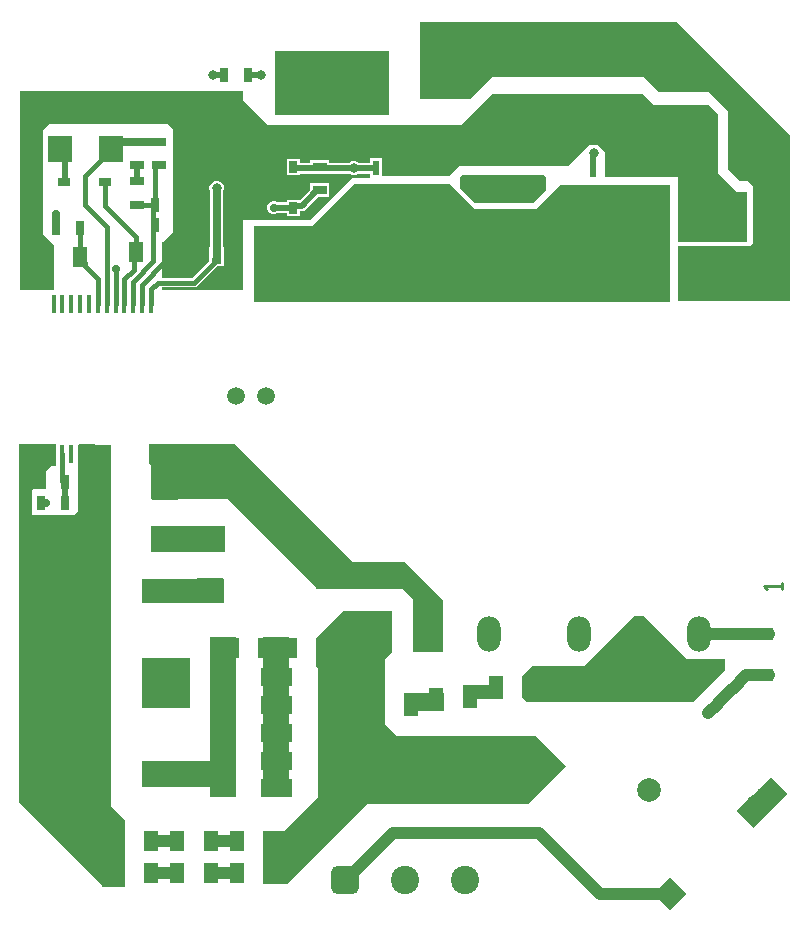
<source format=gtl>
G04*
G04 #@! TF.GenerationSoftware,Altium Limited,Altium Designer,24.3.1 (35)*
G04*
G04 Layer_Physical_Order=1*
G04 Layer_Color=255*
%FSLAX44Y44*%
%MOMM*%
G71*
G04*
G04 #@! TF.SameCoordinates,EE9A5EF0-155C-4C8F-B462-BE7DD29FB847*
G04*
G04*
G04 #@! TF.FilePolarity,Positive*
G04*
G01*
G75*
%ADD11C,0.2540*%
%ADD12C,1.0000*%
%ADD15R,1.4500X1.8000*%
%ADD16R,5.6100X0.6000*%
%ADD17R,0.6100X1.0200*%
%ADD18R,4.1000X3.8100*%
%ADD19R,0.6100X1.2700*%
%ADD20R,1.2500X0.8000*%
%ADD21R,1.6000X1.0000*%
%ADD22R,1.6000X4.0000*%
G04:AMPARAMS|DCode=23|XSize=0.8mm|YSize=1.25mm|CornerRadius=0mm|HoleSize=0mm|Usage=FLASHONLY|Rotation=315.000|XOffset=0mm|YOffset=0mm|HoleType=Round|Shape=Rectangle|*
%AMROTATEDRECTD23*
4,1,4,-0.7248,-0.1591,0.1591,0.7248,0.7248,0.1591,-0.1591,-0.7248,-0.7248,-0.1591,0.0*
%
%ADD23ROTATEDRECTD23*%

%ADD24R,0.8000X1.2500*%
%ADD25R,0.7000X1.0000*%
%ADD26R,1.8000X1.3000*%
%ADD27R,1.3000X1.8000*%
%ADD28R,2.0000X2.3000*%
%ADD29R,1.0000X0.7000*%
%ADD30P,2.8284X4X270.0*%
%ADD31R,0.4100X1.6000*%
%ADD32R,2.8100X1.6000*%
%ADD33R,1.0000X1.6000*%
%ADD34R,2.3000X2.0000*%
%ADD60C,0.5000*%
%ADD61C,0.7000*%
%ADD62C,0.4000*%
%ADD63C,0.3000*%
%ADD64R,25.2188X3.5099*%
%ADD65R,3.4753X1.2263*%
%ADD66R,3.4497X1.5500*%
%ADD67R,6.6976X2.1838*%
%ADD68R,4.1500X4.2500*%
%ADD69R,6.2250X2.1838*%
%ADD70R,6.9750X2.0250*%
%ADD71R,2.1750X13.5750*%
%ADD72R,2.2936X13.5750*%
G04:AMPARAMS|DCode=73|XSize=2.4mm|YSize=2.4mm|CornerRadius=0.6mm|HoleSize=0mm|Usage=FLASHONLY|Rotation=0.000|XOffset=0mm|YOffset=0mm|HoleType=Round|Shape=RoundedRectangle|*
%AMROUNDEDRECTD73*
21,1,2.4000,1.2000,0,0,0.0*
21,1,1.2000,2.4000,0,0,0.0*
1,1,1.2000,0.6000,-0.6000*
1,1,1.2000,-0.6000,-0.6000*
1,1,1.2000,-0.6000,0.6000*
1,1,1.2000,0.6000,0.6000*
%
%ADD73ROUNDEDRECTD73*%
%ADD74C,2.4000*%
%ADD75C,1.5000*%
%ADD76O,2.0000X3.0000*%
%ADD77C,2.0000*%
%ADD78C,0.7000*%
%ADD79C,0.8000*%
%ADD80C,1.0000*%
G36*
X316600Y742500D02*
Y688015D01*
X220291D01*
X220291Y742500D01*
X316600Y742500D01*
D02*
G37*
G36*
X447500Y637500D02*
X450000Y635000D01*
Y624099D01*
X439651Y613750D01*
X389500Y613750D01*
X376750Y626500D01*
Y635250D01*
X379000Y637500D01*
X447500Y637500D01*
D02*
G37*
G36*
X389250Y608037D02*
X441250D01*
X461707Y628494D01*
X554750D01*
Y529287D01*
X202250D01*
Y594037D01*
X251750Y594037D01*
X286961Y629247D01*
X368039D01*
X389250Y608037D01*
D02*
G37*
G36*
X193250Y701000D02*
X193500D01*
X214750Y679750D01*
X302930D01*
Y679750D01*
X378250D01*
X404068Y705568D01*
X531432D01*
X540250Y696750D01*
X587500Y696750D01*
X595750Y688500D01*
Y638250D01*
X611543Y622457D01*
X619750D01*
X619750Y580500D01*
X561250D01*
Y635150D01*
X499550D01*
X499550Y656450D01*
X493412Y662588D01*
X486338Y662588D01*
X468207Y644457D01*
X375957D01*
X368138Y636638D01*
X311000D01*
Y651338D01*
X300900D01*
Y647576D01*
X290945D01*
X290447Y648074D01*
X288242Y648988D01*
X285855D01*
X283650Y648074D01*
X283151Y647576D01*
X266317D01*
Y650149D01*
X249817D01*
Y647576D01*
X241319D01*
Y651149D01*
X230319D01*
Y637149D01*
X241319D01*
Y638400D01*
X249817D01*
Y638149D01*
X266317D01*
Y638400D01*
X283151D01*
X283650Y637901D01*
X285855Y636988D01*
X288242D01*
X290447Y637901D01*
X290945Y638400D01*
X300900D01*
Y634638D01*
X299649Y634592D01*
X285092D01*
X250000Y599500D01*
X193250D01*
Y540100D01*
X124651D01*
Y541982D01*
X151860D01*
X151860Y541982D01*
X153162Y542241D01*
X153421Y542292D01*
X154744Y543176D01*
X171316Y559748D01*
X176750D01*
Y576248D01*
X176358D01*
Y599500D01*
Y624299D01*
D01*
X176750Y625246D01*
Y627633D01*
X175837Y629838D01*
X174149Y631526D01*
X171943Y632439D01*
X169557D01*
X167351Y631526D01*
X165663Y629838D01*
X164750Y627633D01*
Y625246D01*
X165142Y624299D01*
D01*
Y576248D01*
X164750D01*
Y566393D01*
X164672Y565998D01*
X164672Y565998D01*
Y564639D01*
X150171Y550138D01*
X124651D01*
Y580750D01*
X126459D01*
X134250Y588541D01*
Y675500D01*
X129750Y680000D01*
X29250D01*
X23600Y674350D01*
Y587150D01*
X32755Y577995D01*
Y540100D01*
X4250D01*
Y708088D01*
X193250D01*
Y701000D01*
D02*
G37*
G36*
X656250Y670753D02*
X656250Y530503D01*
X561250Y530503D01*
Y576926D01*
X622673D01*
X624750Y579003D01*
Y627703D01*
X620200Y632253D01*
X613250Y632253D01*
X603500Y642003D01*
Y691253D01*
X587500Y707253D01*
X545200D01*
X532450Y720003D01*
X404000D01*
X385550Y701553D01*
X343150D01*
Y766503D01*
X516199Y766503D01*
X560500D01*
X656250Y670753D01*
D02*
G37*
G36*
X286185Y309750D02*
X330000D01*
X362250Y277500D01*
X362250Y233685D01*
X338273Y233664D01*
X337375Y234561D01*
Y277400D01*
X337375Y277400D01*
X337350Y277460D01*
Y278150D01*
X328500Y287000D01*
X255840D01*
X180090Y362750D01*
X115500D01*
Y390849D01*
X113200Y393148D01*
Y409148D01*
X186786D01*
X286185Y309750D01*
D02*
G37*
G36*
X568600Y227500D02*
X601250D01*
Y218132D01*
X574115Y190996D01*
X433504D01*
X429250Y195250D01*
Y213250D01*
X437500Y221500D01*
X481750Y221500D01*
X523921Y263671D01*
X532429D01*
X568600Y227500D01*
D02*
G37*
G36*
X654142Y113327D02*
X625495Y84680D01*
X611353Y98822D01*
X640000Y127470D01*
X654142Y113327D01*
D02*
G37*
G36*
X319625Y248877D02*
X319522Y233000D01*
X313500Y226978D01*
Y172000D01*
X323680Y161820D01*
X441612D01*
X466591Y136841D01*
X434750Y105000D01*
X298250Y105000D01*
X230250Y37000D01*
X209765D01*
Y81735D01*
X209876Y82000D01*
X228500D01*
X256750Y110250D01*
Y219427D01*
X255250Y220927D01*
Y245499D01*
X277751Y268000D01*
X319625D01*
Y248877D01*
D02*
G37*
G36*
X34800Y391000D02*
X30500D01*
X26156Y386656D01*
Y371000D01*
X15250D01*
X14250Y370000D01*
Y349250D01*
X49750D01*
X53200Y352700D01*
Y408244D01*
X54105Y409135D01*
X81300Y408730D01*
X81300Y103200D01*
X93516Y90984D01*
X93516Y34750D01*
X75000Y34750D01*
X3750Y106000D01*
Y409148D01*
X34800D01*
Y391000D01*
D02*
G37*
%LPC*%
G36*
X528250Y568086D02*
X525639Y567743D01*
X523207Y566735D01*
X521118Y565132D01*
X519515Y563043D01*
X518507Y560611D01*
X518164Y558000D01*
Y548000D01*
X518507Y545390D01*
X519515Y542957D01*
X521118Y540868D01*
X523207Y539265D01*
X525639Y538257D01*
X528250Y537914D01*
X530861Y538257D01*
X533293Y539265D01*
X535382Y540868D01*
X536985Y542957D01*
X537993Y545390D01*
X538336Y548000D01*
Y558000D01*
X537993Y560611D01*
X536985Y563043D01*
X535382Y565132D01*
X533293Y566735D01*
X530861Y567743D01*
X528250Y568086D01*
D02*
G37*
G36*
X477450D02*
X474840Y567743D01*
X472407Y566735D01*
X470318Y565132D01*
X468715Y563043D01*
X467707Y560611D01*
X467364Y558000D01*
Y548000D01*
X467707Y545390D01*
X468715Y542957D01*
X470318Y540868D01*
X472407Y539265D01*
X474840Y538257D01*
X477450Y537914D01*
X480061Y538257D01*
X482493Y539265D01*
X484582Y540868D01*
X486185Y542957D01*
X487193Y545390D01*
X487536Y548000D01*
Y558000D01*
X487193Y560611D01*
X486185Y563043D01*
X484582Y565132D01*
X482493Y566735D01*
X480061Y567743D01*
X477450Y568086D01*
D02*
G37*
G36*
X401250D02*
X398639Y567743D01*
X396207Y566735D01*
X394118Y565132D01*
X392515Y563043D01*
X391507Y560611D01*
X391164Y558000D01*
Y548000D01*
X391507Y545390D01*
X392515Y542957D01*
X394118Y540868D01*
X396207Y539265D01*
X398639Y538257D01*
X401250Y537914D01*
X403861Y538257D01*
X406293Y539265D01*
X408382Y540868D01*
X409985Y542957D01*
X410993Y545390D01*
X411336Y548000D01*
Y558000D01*
X410993Y560611D01*
X409985Y563043D01*
X408382Y565132D01*
X406293Y566735D01*
X403861Y567743D01*
X401250Y568086D01*
D02*
G37*
G36*
X299650D02*
X297040Y567743D01*
X294607Y566735D01*
X292518Y565132D01*
X290915Y563043D01*
X289907Y560611D01*
X289564Y558000D01*
Y548000D01*
X289907Y545390D01*
X290915Y542957D01*
X292518Y540868D01*
X294607Y539265D01*
X297040Y538257D01*
X299650Y537914D01*
X302261Y538257D01*
X304693Y539265D01*
X306782Y540868D01*
X308385Y542957D01*
X309393Y545390D01*
X309736Y548000D01*
Y558000D01*
X309393Y560611D01*
X308385Y563043D01*
X306782Y565132D01*
X304693Y566735D01*
X302261Y567743D01*
X299650Y568086D01*
D02*
G37*
G36*
X266317Y630149D02*
X249817D01*
Y624594D01*
X242185Y616962D01*
X241319Y616149D01*
Y616149D01*
X241319Y616149D01*
X230319D01*
Y614088D01*
X222440D01*
X222365Y614163D01*
X220344Y615000D01*
X218156D01*
X216134Y614163D01*
X214587Y612616D01*
X213750Y610594D01*
Y608406D01*
X214587Y606385D01*
X216134Y604837D01*
X218156Y604000D01*
X220344D01*
X222365Y604837D01*
X222440Y604912D01*
X230319D01*
Y602150D01*
X241319D01*
Y606593D01*
X242893D01*
X244649Y606943D01*
X246138Y607937D01*
X256350Y618149D01*
X266317D01*
Y630149D01*
D02*
G37*
%LPD*%
D11*
X649460Y286290D02*
Y291368D01*
Y288829D01*
X634225D01*
X636764Y286290D01*
D12*
X287000Y47000D02*
X320250Y80250D01*
X443500D02*
X495388Y28362D01*
X320250Y80250D02*
X443500D01*
X286741Y47000D02*
X287000D01*
X280000Y40000D02*
Y40259D01*
X286741Y47000D01*
X586750Y181250D02*
X595176Y189676D01*
Y189930D01*
X607676Y201930D02*
X619246Y213500D01*
X638334D01*
X579260Y248500D02*
X638334D01*
X595426Y189930D02*
X607426Y201930D01*
X495388Y28362D02*
X553727D01*
X607426Y201930D02*
X607676D01*
X595176Y189930D02*
X595426D01*
X625000Y105755D02*
X625388Y106143D01*
X625000Y103500D02*
Y105755D01*
X166015Y73000D02*
X187766D01*
X166015Y46000D02*
X187766D01*
X115515D02*
X137515D01*
X115515Y73000D02*
X137515D01*
D15*
X139500Y218750D02*
D03*
Y284250D02*
D03*
X115000Y218750D02*
D03*
Y284250D02*
D03*
X139250Y129070D02*
D03*
Y194570D02*
D03*
X114750Y129070D02*
D03*
Y194570D02*
D03*
D16*
X325000Y623488D02*
D03*
X508950Y622000D02*
D03*
D17*
X344080Y587988D02*
D03*
X331380D02*
D03*
X318680D02*
D03*
X305980D02*
D03*
X528030Y586500D02*
D03*
X515330D02*
D03*
X502630D02*
D03*
X489930D02*
D03*
D18*
X325000Y609988D02*
D03*
X508950Y608500D02*
D03*
D19*
X305950Y642988D02*
D03*
X344050D02*
D03*
X318650D02*
D03*
X331350D02*
D03*
X489900Y641500D02*
D03*
X528000D02*
D03*
X502600D02*
D03*
X515300D02*
D03*
D20*
X580998Y692750D02*
D03*
Y712750D02*
D03*
X434752Y628899D02*
D03*
Y648899D02*
D03*
X390252Y628457D02*
D03*
Y648457D02*
D03*
X258067Y644149D02*
D03*
Y624149D02*
D03*
X121749Y645501D02*
D03*
Y665501D02*
D03*
X103492Y645501D02*
D03*
Y665501D02*
D03*
X103494Y612000D02*
D03*
Y632000D02*
D03*
D21*
X253229Y699251D02*
D03*
Y667251D02*
D03*
X230451Y699251D02*
D03*
Y667251D02*
D03*
D22*
X523950Y683750D02*
D03*
Y745750D02*
D03*
X435500Y683500D02*
D03*
Y745500D02*
D03*
X611750Y662500D02*
D03*
Y600500D02*
D03*
D23*
X607676Y201930D02*
D03*
X593534Y216072D02*
D03*
X581034Y204072D02*
D03*
X595176Y189930D02*
D03*
D24*
X177500Y721502D02*
D03*
X197500D02*
D03*
X170750Y567998D02*
D03*
X150750D02*
D03*
X118250Y612002D02*
D03*
X138250D02*
D03*
X118250Y594502D02*
D03*
X138250D02*
D03*
X55240Y591998D02*
D03*
X35240D02*
D03*
X42156Y359748D02*
D03*
X22156D02*
D03*
Y377502D02*
D03*
X42156D02*
D03*
D25*
X638334Y213500D02*
D03*
Y248500D02*
D03*
X235819Y644149D02*
D03*
Y609150D02*
D03*
D26*
X412511Y628957D02*
D03*
Y600457D02*
D03*
D27*
X131151Y571750D02*
D03*
X102651D02*
D03*
X26500Y567500D02*
D03*
X55000D02*
D03*
X87015Y46000D02*
D03*
X115515D02*
D03*
X137515Y73000D02*
D03*
X166015D02*
D03*
X87015D02*
D03*
X115515D02*
D03*
X137515Y46000D02*
D03*
X166015D02*
D03*
X187766Y73000D02*
D03*
X216266D02*
D03*
X187766Y46000D02*
D03*
X216266D02*
D03*
X183500Y236750D02*
D03*
X212000D02*
D03*
X233250D02*
D03*
X261750D02*
D03*
X435750Y204250D02*
D03*
X407250D02*
D03*
X385497Y194250D02*
D03*
X356997D02*
D03*
X335500Y187500D02*
D03*
X307000D02*
D03*
D28*
X38000Y659500D02*
D03*
X81000D02*
D03*
D29*
X76500Y631000D02*
D03*
X41500D02*
D03*
D30*
X625388Y99072D02*
D03*
X519322Y205138D02*
D03*
X554678Y28362D02*
D03*
X448612Y134428D02*
D03*
D31*
X47750Y401148D02*
D03*
X40250D02*
D03*
X32750D02*
D03*
X115250D02*
D03*
X70250Y528349D02*
D03*
X62750D02*
D03*
X55250D02*
D03*
X47750D02*
D03*
X40250D02*
D03*
X32750D02*
D03*
X77750D02*
D03*
X85250D02*
D03*
X92750D02*
D03*
X100250D02*
D03*
X107750D02*
D03*
X115250D02*
D03*
D32*
X67250Y401148D02*
D03*
D33*
X213750Y211750D02*
D03*
X181750D02*
D03*
X213750Y188250D02*
D03*
X181750D02*
D03*
X213750Y164748D02*
D03*
X181750D02*
D03*
X213750Y141250D02*
D03*
X181750D02*
D03*
X213750Y118250D02*
D03*
X181750D02*
D03*
X261750D02*
D03*
X229750D02*
D03*
X261750Y141250D02*
D03*
X229750D02*
D03*
X261750Y211750D02*
D03*
X229750D02*
D03*
X261750Y188500D02*
D03*
X229750D02*
D03*
X261750Y164750D02*
D03*
X229750D02*
D03*
D34*
X127000Y329475D02*
D03*
Y372475D02*
D03*
X165500Y285500D02*
D03*
Y328500D02*
D03*
D60*
X246820Y700000D02*
X304600D01*
X167751Y721501D02*
X177499D01*
X177500Y721502D01*
X167750Y721500D02*
X167751Y721501D01*
X22157Y359749D02*
X26499D01*
X22156Y359748D02*
X22157Y359749D01*
X26499D02*
X26500Y359750D01*
X42156Y359748D02*
Y377502D01*
X197502Y721500D02*
X208250D01*
X287048Y642988D02*
X305950D01*
X235250D02*
X287048D01*
X235819Y609500D02*
Y610182D01*
X236819Y611181D02*
X242893D01*
X235819Y610182D02*
X236819Y611181D01*
X254317Y622649D02*
X256523Y624855D01*
X254317Y622605D02*
Y622649D01*
X219250Y609500D02*
X235819D01*
X242893Y611181D02*
X254317Y622605D01*
X197500Y721502D02*
X197502Y721500D01*
X489900Y641500D02*
Y655640D01*
X490250Y655990D01*
X134902Y567998D02*
X150750D01*
X131151Y571750D02*
X134902Y567998D01*
X139250Y571750D02*
X146998D01*
X138250Y572750D02*
X139250Y571750D01*
X138250Y572750D02*
Y594502D01*
X149250Y571748D02*
X150750Y570248D01*
X146998Y571750D02*
X147000Y571748D01*
X150750Y567998D02*
Y570248D01*
X147000Y571748D02*
X149250D01*
X228750Y236750D02*
X233250D01*
X212000D02*
X228750D01*
Y119250D02*
Y236750D01*
Y119250D02*
X229750Y118250D01*
X213750Y211750D02*
Y235000D01*
Y188250D02*
Y211750D01*
Y164748D02*
Y188250D01*
Y141250D02*
Y164748D01*
Y118250D02*
Y141250D01*
X212000Y236750D02*
X213750Y235000D01*
X103494Y632000D02*
Y645500D01*
X42750Y659500D02*
X43000Y659750D01*
X42750Y630250D02*
Y659500D01*
D61*
X231951Y697751D02*
X240728D01*
X241229Y697250D02*
X241500D01*
X230451Y699251D02*
X231951Y697751D01*
X240728D02*
X241229Y697250D01*
X170750Y567998D02*
Y626440D01*
X81000Y659500D02*
X87003Y665503D01*
X93750Y665501D02*
X103492D01*
X87003Y665503D02*
X93750D01*
X35245Y592003D02*
Y604375D01*
X103492Y665501D02*
X121749D01*
D62*
X168750Y562950D02*
Y565998D01*
X151860Y546060D02*
X168750Y562950D01*
Y565998D02*
X170750Y567998D01*
X121060Y546060D02*
X151860D01*
X115300Y528399D02*
Y540300D01*
X121060Y546060D01*
X107750Y528349D02*
Y544321D01*
X126651Y563222D02*
Y567250D01*
X107750Y544321D02*
X126651Y563222D01*
X100250Y528349D02*
Y546950D01*
X117300Y564000D02*
Y594502D01*
X100250Y546950D02*
X117300Y564000D01*
X126651Y567250D02*
X131151Y571750D01*
X115250Y528349D02*
X115300Y528399D01*
X117300Y594502D02*
Y611052D01*
X35245Y604375D02*
X35250Y604380D01*
X35240Y591998D02*
X35245Y592003D01*
X85250Y528349D02*
Y557503D01*
X59500Y611750D02*
X77750Y593500D01*
X59500Y636750D02*
X72750Y650000D01*
X59500Y611750D02*
Y636750D01*
X77750Y528349D02*
Y593500D01*
X103494Y612000D02*
X116352D01*
X102248D02*
X103494D01*
X118250Y643501D02*
X120250Y645501D01*
X118250Y612002D02*
Y643501D01*
X120250Y645501D02*
X121749D01*
X103492D02*
X103494Y645500D01*
X72750Y650000D02*
X73000D01*
X81000Y658000D02*
Y659500D01*
X73000Y650000D02*
X81000Y658000D01*
X102651Y571750D02*
Y584849D01*
X76500Y611000D02*
Y630468D01*
Y611000D02*
X102651Y584849D01*
X55000Y591758D02*
X55240Y591998D01*
X55000Y567500D02*
Y591758D01*
X59500Y560050D02*
Y563000D01*
X55000Y567500D02*
X59500Y563000D01*
Y560050D02*
X70250Y549300D01*
Y528349D02*
Y549300D01*
X100750Y556750D02*
Y569849D01*
X102651Y571750D01*
X92750Y548750D02*
X100750Y556750D01*
X92750Y528349D02*
Y548750D01*
X40250Y377752D02*
Y401148D01*
X166015Y73000D02*
X166015Y73000D01*
D63*
X85250Y557503D02*
X85250Y557503D01*
D64*
X415406Y552299D02*
D03*
D65*
X396374Y199254D02*
D03*
D66*
X346249Y190750D02*
D03*
D67*
X140988Y129906D02*
D03*
D68*
X128250Y206750D02*
D03*
D69*
X146625Y328831D02*
D03*
D70*
X142625Y285125D02*
D03*
D71*
X175875Y177875D02*
D03*
D72*
X221234D02*
D03*
D73*
X279200Y40000D02*
D03*
X355400Y730000D02*
D03*
D74*
X330000Y40000D02*
D03*
X380800D02*
D03*
X304600Y730000D02*
D03*
D75*
X212700Y450000D02*
D03*
X187300D02*
D03*
D76*
X528289Y248671D02*
D03*
X477489D02*
D03*
X579089D02*
D03*
X299689D02*
D03*
X350489D02*
D03*
X401289D02*
D03*
X528250Y553000D02*
D03*
X477450D02*
D03*
X579050D02*
D03*
X299650D02*
D03*
X350450D02*
D03*
X401250D02*
D03*
D77*
X537000Y116750D02*
D03*
D78*
X166000Y690514D02*
D03*
X132651Y690590D02*
D03*
X153330D02*
D03*
X160080Y690514D02*
D03*
X125640Y690590D02*
D03*
X118640D02*
D03*
X111580D02*
D03*
X104580D02*
D03*
X97580D02*
D03*
X90580D02*
D03*
X388700Y597479D02*
D03*
X388850Y590148D02*
D03*
Y583423D02*
D03*
X395750Y590273D02*
D03*
X395658Y583163D02*
D03*
Y597479D02*
D03*
X395750Y604380D02*
D03*
X453590Y604283D02*
D03*
X450580Y211564D02*
D03*
Y197364D02*
D03*
Y204364D02*
D03*
X465080Y211564D02*
D03*
Y197364D02*
D03*
Y204364D02*
D03*
X457830D02*
D03*
Y197364D02*
D03*
Y211564D02*
D03*
X424963Y548110D02*
D03*
X432213D02*
D03*
Y555109D02*
D03*
X424963D02*
D03*
Y562119D02*
D03*
X432213D02*
D03*
X431975Y576188D02*
D03*
X432067Y569188D02*
D03*
X431975Y583198D02*
D03*
Y590273D02*
D03*
X380184Y633748D02*
D03*
X380184Y627951D02*
D03*
X399434Y633977D02*
D03*
X399434Y628180D02*
D03*
X425438Y633754D02*
D03*
X425437Y627957D02*
D03*
X425861Y619179D02*
D03*
X432883Y619198D02*
D03*
X440012D02*
D03*
X404639Y619179D02*
D03*
X419139D02*
D03*
X411889D02*
D03*
X397616Y619121D02*
D03*
X390802Y619045D02*
D03*
X446451Y627660D02*
D03*
X446451Y633457D02*
D03*
X14221Y342608D02*
D03*
X21636Y252065D02*
D03*
X14636D02*
D03*
X21636Y259065D02*
D03*
X14636D02*
D03*
X15166Y188806D02*
D03*
X22166D02*
D03*
X15166Y181735D02*
D03*
X22166D02*
D03*
X15166Y174725D02*
D03*
X22166D02*
D03*
X15166Y167725D02*
D03*
X22166D02*
D03*
X14916Y216806D02*
D03*
X21916D02*
D03*
X14916Y209735D02*
D03*
X21916D02*
D03*
X14916Y202725D02*
D03*
X21916D02*
D03*
X14916Y195725D02*
D03*
X21916D02*
D03*
X14666Y245056D02*
D03*
X21666D02*
D03*
X14666Y237985D02*
D03*
X21666D02*
D03*
X14666Y230975D02*
D03*
X21666D02*
D03*
X14666Y223975D02*
D03*
X21666D02*
D03*
X21886Y146565D02*
D03*
X14886D02*
D03*
X21886Y153565D02*
D03*
X14886D02*
D03*
X21886Y160575D02*
D03*
X14886D02*
D03*
X21886Y125565D02*
D03*
X14886D02*
D03*
X21886Y132565D02*
D03*
X14886D02*
D03*
X21886Y139575D02*
D03*
X14886D02*
D03*
X21890Y104565D02*
D03*
X14827D02*
D03*
X21886Y111565D02*
D03*
X14827D02*
D03*
X21886Y118575D02*
D03*
X14827Y118575D02*
D03*
X21890Y97555D02*
D03*
X21018Y343473D02*
D03*
Y336473D02*
D03*
X14077D02*
D03*
X21518Y273054D02*
D03*
X14577D02*
D03*
X21518Y265983D02*
D03*
X14577D02*
D03*
X21268Y301054D02*
D03*
X14327D02*
D03*
X21268Y293983D02*
D03*
X14327D02*
D03*
X21268Y286973D02*
D03*
X14327D02*
D03*
X21268Y279973D02*
D03*
X14327D02*
D03*
X21018Y329304D02*
D03*
X14077D02*
D03*
X21018Y322233D02*
D03*
X14077D02*
D03*
X21018Y315223D02*
D03*
X14077D02*
D03*
X21018Y308223D02*
D03*
X14077D02*
D03*
X257158Y311056D02*
D03*
X250029D02*
D03*
X257195Y304056D02*
D03*
X250095D02*
D03*
X250029Y318085D02*
D03*
X257158D02*
D03*
X135408Y397306D02*
D03*
X128279D02*
D03*
X135445Y390306D02*
D03*
X128345D02*
D03*
X128279Y404334D02*
D03*
X135408D02*
D03*
X185914Y683572D02*
D03*
Y676444D02*
D03*
X192914Y683609D02*
D03*
Y676509D02*
D03*
X542668Y690574D02*
D03*
X535540D02*
D03*
X535605Y676546D02*
D03*
X542705D02*
D03*
X535540Y683546D02*
D03*
X542668D02*
D03*
X423526Y690051D02*
D03*
X416397D02*
D03*
X416463Y676023D02*
D03*
X423563D02*
D03*
X416397Y683023D02*
D03*
X423526D02*
D03*
X512327Y691051D02*
D03*
X505199D02*
D03*
X505264Y677023D02*
D03*
X512364D02*
D03*
X505199Y684023D02*
D03*
X512327D02*
D03*
X454077Y742900D02*
D03*
X446949D02*
D03*
X447014Y728872D02*
D03*
X454114D02*
D03*
X446949Y735872D02*
D03*
X454077D02*
D03*
X423827Y742801D02*
D03*
X416699D02*
D03*
X416764Y728773D02*
D03*
X423864D02*
D03*
X416699Y735773D02*
D03*
X423827D02*
D03*
X542668Y753074D02*
D03*
X535540D02*
D03*
X535605Y739045D02*
D03*
X542705D02*
D03*
X535540Y746045D02*
D03*
X542668D02*
D03*
X630327Y661801D02*
D03*
X623199D02*
D03*
X623264Y647773D02*
D03*
X630364D02*
D03*
X623199Y654773D02*
D03*
X630327D02*
D03*
X600077Y607639D02*
D03*
X592948D02*
D03*
X593014Y593610D02*
D03*
X600114D02*
D03*
X592948Y600611D02*
D03*
X600077D02*
D03*
X599827Y560051D02*
D03*
X592699D02*
D03*
X592764Y546023D02*
D03*
X599864D02*
D03*
X592699Y553023D02*
D03*
X599827D02*
D03*
X293390Y616202D02*
D03*
X285963D02*
D03*
Y623201D02*
D03*
X293390D02*
D03*
X278862Y616202D02*
D03*
X272077Y595195D02*
D03*
X265090D02*
D03*
X271758Y609223D02*
D03*
Y602195D02*
D03*
X279007Y595195D02*
D03*
Y602195D02*
D03*
Y609195D02*
D03*
X425253Y575998D02*
D03*
Y568998D02*
D03*
Y583008D02*
D03*
Y604148D02*
D03*
Y597148D02*
D03*
Y590148D02*
D03*
X432067Y604225D02*
D03*
X431975Y597324D02*
D03*
X293284Y588007D02*
D03*
Y580947D02*
D03*
Y573947D02*
D03*
X293390Y609223D02*
D03*
Y602223D02*
D03*
Y595223D02*
D03*
X286140D02*
D03*
Y602223D02*
D03*
Y609223D02*
D03*
X374090Y618834D02*
D03*
X381090Y611734D02*
D03*
X374090Y611834D02*
D03*
X381500Y604806D02*
D03*
Y597806D02*
D03*
Y590806D02*
D03*
X388850Y604614D02*
D03*
X374250Y590806D02*
D03*
Y597806D02*
D03*
Y604806D02*
D03*
X381500Y583666D02*
D03*
X374250D02*
D03*
Y576656D02*
D03*
X381500D02*
D03*
Y569656D02*
D03*
X374250D02*
D03*
X314590Y541523D02*
D03*
X321840D02*
D03*
Y548523D02*
D03*
X314590D02*
D03*
X335812D02*
D03*
X329090D02*
D03*
Y541523D02*
D03*
X335904D02*
D03*
X335812Y555533D02*
D03*
Y562607D02*
D03*
Y569849D02*
D03*
X335904Y576750D02*
D03*
X314590Y576673D02*
D03*
Y569673D02*
D03*
Y562673D02*
D03*
Y555533D02*
D03*
X329090Y576673D02*
D03*
Y569673D02*
D03*
Y562673D02*
D03*
Y555533D02*
D03*
X321840D02*
D03*
Y562673D02*
D03*
Y569673D02*
D03*
Y576673D02*
D03*
X208126Y559884D02*
D03*
Y566884D02*
D03*
Y573884D02*
D03*
Y580884D02*
D03*
Y553194D02*
D03*
X215126Y559884D02*
D03*
Y566884D02*
D03*
Y573884D02*
D03*
Y580884D02*
D03*
Y553194D02*
D03*
X257840Y588173D02*
D03*
Y553423D02*
D03*
Y581113D02*
D03*
Y574113D02*
D03*
Y567113D02*
D03*
Y560113D02*
D03*
X265090D02*
D03*
Y567113D02*
D03*
Y574113D02*
D03*
Y581113D02*
D03*
Y553423D02*
D03*
Y588173D02*
D03*
X250590Y560113D02*
D03*
Y567113D02*
D03*
Y574113D02*
D03*
Y581113D02*
D03*
Y553423D02*
D03*
Y588173D02*
D03*
X243421D02*
D03*
Y553423D02*
D03*
Y581113D02*
D03*
Y574113D02*
D03*
Y567113D02*
D03*
Y560113D02*
D03*
X236350Y588173D02*
D03*
Y553423D02*
D03*
Y581113D02*
D03*
Y574113D02*
D03*
Y567113D02*
D03*
Y560113D02*
D03*
X229340Y553423D02*
D03*
Y581113D02*
D03*
Y574113D02*
D03*
Y567113D02*
D03*
Y560113D02*
D03*
X222340Y553423D02*
D03*
Y581113D02*
D03*
Y574113D02*
D03*
Y567113D02*
D03*
Y560113D02*
D03*
X286136Y567113D02*
D03*
X279136D02*
D03*
X272077D02*
D03*
X286136Y574113D02*
D03*
X279136D02*
D03*
X272077D02*
D03*
X286136Y581113D02*
D03*
X279136D02*
D03*
X272077D02*
D03*
X286136Y588173D02*
D03*
X279136D02*
D03*
X272077D02*
D03*
X271904Y560113D02*
D03*
X278963D02*
D03*
X285963D02*
D03*
X271904Y553500D02*
D03*
X278862Y553349D02*
D03*
X285748Y553235D02*
D03*
X367028Y583946D02*
D03*
Y576946D02*
D03*
Y569946D02*
D03*
X359778D02*
D03*
Y576946D02*
D03*
Y583946D02*
D03*
X367028Y625946D02*
D03*
Y618946D02*
D03*
Y611946D02*
D03*
X359778Y604806D02*
D03*
Y611946D02*
D03*
Y618946D02*
D03*
Y625946D02*
D03*
Y597796D02*
D03*
X367028Y604806D02*
D03*
Y597796D02*
D03*
X359778Y590796D02*
D03*
X367028D02*
D03*
X551278Y583173D02*
D03*
Y576173D02*
D03*
Y569173D02*
D03*
X544028Y562033D02*
D03*
Y569173D02*
D03*
Y576173D02*
D03*
Y583173D02*
D03*
Y555023D02*
D03*
X551278Y562033D02*
D03*
Y555023D02*
D03*
X544028Y548023D02*
D03*
X551278D02*
D03*
Y590273D02*
D03*
X544028D02*
D03*
X551278Y597273D02*
D03*
Y604283D02*
D03*
X544028Y597273D02*
D03*
Y625423D02*
D03*
Y618423D02*
D03*
Y611423D02*
D03*
Y604283D02*
D03*
X551278Y611423D02*
D03*
Y618423D02*
D03*
Y625423D02*
D03*
X499340Y574173D02*
D03*
Y567173D02*
D03*
Y560173D02*
D03*
Y553033D02*
D03*
X506590D02*
D03*
Y560173D02*
D03*
Y567173D02*
D03*
Y574173D02*
D03*
X492090Y553033D02*
D03*
Y560173D02*
D03*
Y567173D02*
D03*
Y574173D02*
D03*
X513404Y574250D02*
D03*
X513312Y567349D02*
D03*
Y560107D02*
D03*
Y553033D02*
D03*
X513404Y539023D02*
D03*
X506590D02*
D03*
Y546023D02*
D03*
X513312D02*
D03*
X492090D02*
D03*
X499340D02*
D03*
Y539023D02*
D03*
X492090D02*
D03*
X446340Y583423D02*
D03*
Y576423D02*
D03*
Y569423D02*
D03*
Y562283D02*
D03*
X453590D02*
D03*
Y569423D02*
D03*
Y576423D02*
D03*
Y583423D02*
D03*
X439090Y562283D02*
D03*
Y569423D02*
D03*
Y576423D02*
D03*
Y583423D02*
D03*
X460404Y583500D02*
D03*
X467362Y583349D02*
D03*
X460312Y576599D02*
D03*
X467335Y569423D02*
D03*
X474248Y583235D02*
D03*
X467258Y576485D02*
D03*
X460312Y569357D02*
D03*
Y562283D02*
D03*
X460404Y548273D02*
D03*
X474248Y576371D02*
D03*
X453590Y548273D02*
D03*
Y555273D02*
D03*
X460312D02*
D03*
X439090D02*
D03*
X446340D02*
D03*
Y548273D02*
D03*
X439090D02*
D03*
X446340Y604283D02*
D03*
X453590Y611423D02*
D03*
X439090Y604283D02*
D03*
X467362Y625349D02*
D03*
X460312Y618599D02*
D03*
X474463Y604301D02*
D03*
X467335D02*
D03*
X474500Y611357D02*
D03*
X467335Y611423D02*
D03*
X474248Y625235D02*
D03*
X467258Y618485D02*
D03*
X460312Y611357D02*
D03*
Y604283D02*
D03*
X467400Y590273D02*
D03*
X460404D02*
D03*
X474500D02*
D03*
X474248Y618371D02*
D03*
X453590Y590273D02*
D03*
Y597273D02*
D03*
X460312D02*
D03*
X467335D02*
D03*
X474463D02*
D03*
X439090D02*
D03*
X446340D02*
D03*
Y590273D02*
D03*
X439090D02*
D03*
X219250Y609500D02*
D03*
X568919Y223786D02*
D03*
Y209586D02*
D03*
Y216586D02*
D03*
X561669D02*
D03*
Y209586D02*
D03*
Y223786D02*
D03*
X554500Y209586D02*
D03*
Y216586D02*
D03*
X547429Y209586D02*
D03*
Y216586D02*
D03*
X540419Y209586D02*
D03*
Y216586D02*
D03*
X554642Y223689D02*
D03*
X547429D02*
D03*
X540392D02*
D03*
X42311Y343463D02*
D03*
X49252D02*
D03*
X35193Y343371D02*
D03*
X28252D02*
D03*
X28327Y294249D02*
D03*
X35268D02*
D03*
X28327Y301248D02*
D03*
X35268D02*
D03*
X28327Y308258D02*
D03*
X35268D02*
D03*
X28327Y315329D02*
D03*
X35268D02*
D03*
X28577Y265998D02*
D03*
X35518D02*
D03*
X28577Y272998D02*
D03*
X35518D02*
D03*
X28577Y280008D02*
D03*
X35518D02*
D03*
X28577Y287079D02*
D03*
X35518D02*
D03*
X28827Y252008D02*
D03*
X35768D02*
D03*
X28827Y259079D02*
D03*
X35768D02*
D03*
X28327Y322499D02*
D03*
X35268D02*
D03*
X28327Y329498D02*
D03*
X35268D02*
D03*
X28327Y336508D02*
D03*
X35268D02*
D03*
X56327Y343600D02*
D03*
X63330Y336600D02*
D03*
Y343600D02*
D03*
Y350500D02*
D03*
Y357410D02*
D03*
Y364250D02*
D03*
Y371160D02*
D03*
Y377910D02*
D03*
Y384820D02*
D03*
X70330Y364250D02*
D03*
Y384779D02*
D03*
Y357370D02*
D03*
Y377909D02*
D03*
Y371120D02*
D03*
Y350500D02*
D03*
Y343596D02*
D03*
X41830Y691090D02*
D03*
X34830D02*
D03*
X27830D02*
D03*
X20830D02*
D03*
X48890D02*
D03*
X55890D02*
D03*
X62890D02*
D03*
X13840Y599920D02*
D03*
Y606920D02*
D03*
Y613920D02*
D03*
Y620920D02*
D03*
Y565170D02*
D03*
Y558170D02*
D03*
Y592860D02*
D03*
Y585860D02*
D03*
Y578860D02*
D03*
Y571860D02*
D03*
Y669920D02*
D03*
Y676920D02*
D03*
Y683920D02*
D03*
Y690920D02*
D03*
Y635170D02*
D03*
Y628170D02*
D03*
Y662860D02*
D03*
Y655860D02*
D03*
Y648860D02*
D03*
Y641860D02*
D03*
X36140Y83580D02*
D03*
X43140Y76580D02*
D03*
Y83580D02*
D03*
X50140Y69580D02*
D03*
Y76580D02*
D03*
Y83580D02*
D03*
X29077Y104600D02*
D03*
X57007Y62577D02*
D03*
Y69580D02*
D03*
Y76580D02*
D03*
Y83580D02*
D03*
X64017Y62577D02*
D03*
Y69580D02*
D03*
Y76577D02*
D03*
Y83580D02*
D03*
Y55636D02*
D03*
X71017Y62577D02*
D03*
Y69577D02*
D03*
Y76577D02*
D03*
Y83577D02*
D03*
Y48636D02*
D03*
Y55636D02*
D03*
X64077Y104600D02*
D03*
X71077D02*
D03*
X36136D02*
D03*
X43136D02*
D03*
X50136D02*
D03*
X57136D02*
D03*
X29077Y97590D02*
D03*
X64077D02*
D03*
X71077D02*
D03*
X78077D02*
D03*
X36136D02*
D03*
X43136D02*
D03*
X50136D02*
D03*
X57136D02*
D03*
X29077Y90590D02*
D03*
X64077D02*
D03*
X71077D02*
D03*
X78077D02*
D03*
X85077D02*
D03*
X36140D02*
D03*
X43140D02*
D03*
X50140D02*
D03*
X57136D02*
D03*
X50077Y125600D02*
D03*
X57077D02*
D03*
X64077D02*
D03*
X71077D02*
D03*
X29136D02*
D03*
X36136D02*
D03*
X43136D02*
D03*
X50077Y118590D02*
D03*
X57077D02*
D03*
X64077D02*
D03*
X71077D02*
D03*
X29136D02*
D03*
X36136D02*
D03*
X43136D02*
D03*
X50077Y111590D02*
D03*
X57077D02*
D03*
X64077D02*
D03*
X71077D02*
D03*
X29136D02*
D03*
X36136D02*
D03*
X43136D02*
D03*
X50077Y146600D02*
D03*
X57077D02*
D03*
X64077D02*
D03*
X71077D02*
D03*
X29136D02*
D03*
X36136D02*
D03*
X43136D02*
D03*
X50077Y139590D02*
D03*
X57077D02*
D03*
X64077D02*
D03*
X71077D02*
D03*
X29136D02*
D03*
X36136D02*
D03*
X43136D02*
D03*
X50077Y132590D02*
D03*
X57077D02*
D03*
X64077D02*
D03*
X71077D02*
D03*
X29136D02*
D03*
X36136D02*
D03*
X43136D02*
D03*
X49327Y336600D02*
D03*
X56327D02*
D03*
X70330D02*
D03*
X42386D02*
D03*
X49327Y329590D02*
D03*
X56327D02*
D03*
X63327D02*
D03*
X70327D02*
D03*
X42386D02*
D03*
X49327Y322590D02*
D03*
X56327D02*
D03*
X63327D02*
D03*
X70327D02*
D03*
X42386D02*
D03*
X42916Y210000D02*
D03*
X35916D02*
D03*
X28916D02*
D03*
X70857D02*
D03*
X63857D02*
D03*
X56857D02*
D03*
X49857D02*
D03*
X42916Y217000D02*
D03*
X35916D02*
D03*
X28916D02*
D03*
X70857D02*
D03*
X63857D02*
D03*
X56857D02*
D03*
X49857D02*
D03*
X42916Y224010D02*
D03*
X35916D02*
D03*
X28916D02*
D03*
X70857D02*
D03*
X63857D02*
D03*
X56857D02*
D03*
X49857D02*
D03*
X42916Y231081D02*
D03*
X35916D02*
D03*
X28916D02*
D03*
X70857D02*
D03*
X63857D02*
D03*
X56857D02*
D03*
X49857D02*
D03*
X43166Y181750D02*
D03*
X36166D02*
D03*
X29166D02*
D03*
X71107D02*
D03*
X64107D02*
D03*
X57107D02*
D03*
X50107D02*
D03*
X43166Y188750D02*
D03*
X36166D02*
D03*
X29166D02*
D03*
X71107D02*
D03*
X64107D02*
D03*
X57107D02*
D03*
X50107D02*
D03*
X43166Y195760D02*
D03*
X36166D02*
D03*
X29166D02*
D03*
X71107D02*
D03*
X64107D02*
D03*
X57107D02*
D03*
X50107D02*
D03*
X43166Y202831D02*
D03*
X36166D02*
D03*
X29166D02*
D03*
X71107D02*
D03*
X64107D02*
D03*
X57107D02*
D03*
X50107D02*
D03*
X43416Y153750D02*
D03*
X36416D02*
D03*
X29416D02*
D03*
X71357D02*
D03*
X64357D02*
D03*
X57357D02*
D03*
X50357D02*
D03*
X43416Y160750D02*
D03*
X36416D02*
D03*
X29416D02*
D03*
X71357D02*
D03*
X64357D02*
D03*
X57357D02*
D03*
X50357D02*
D03*
X43416Y167760D02*
D03*
X36416D02*
D03*
X29416D02*
D03*
X71357D02*
D03*
X64357D02*
D03*
X57357D02*
D03*
X50357D02*
D03*
X43416Y174831D02*
D03*
X36416D02*
D03*
X29416D02*
D03*
X71357D02*
D03*
X64357D02*
D03*
X57357D02*
D03*
X50357D02*
D03*
X49827Y259171D02*
D03*
X56827D02*
D03*
X63827D02*
D03*
X70827D02*
D03*
X42886D02*
D03*
X49827Y252100D02*
D03*
X56827D02*
D03*
X63827D02*
D03*
X70827D02*
D03*
X42886D02*
D03*
X49827Y245090D02*
D03*
X56827D02*
D03*
X63827D02*
D03*
X70827D02*
D03*
X28886D02*
D03*
X35886D02*
D03*
X42886D02*
D03*
X49827Y238090D02*
D03*
X56827D02*
D03*
X63827D02*
D03*
X70827D02*
D03*
X28886D02*
D03*
X35886D02*
D03*
X42886D02*
D03*
X49577Y287171D02*
D03*
X56577D02*
D03*
X63577D02*
D03*
X70577D02*
D03*
X42636D02*
D03*
X49577Y280100D02*
D03*
X56577D02*
D03*
X63577D02*
D03*
X70577D02*
D03*
X42636D02*
D03*
X49577Y273090D02*
D03*
X56577D02*
D03*
X63577D02*
D03*
X70577D02*
D03*
X42636D02*
D03*
X49577Y266090D02*
D03*
X56577D02*
D03*
X63577D02*
D03*
X70577D02*
D03*
X42636D02*
D03*
X49327Y315421D02*
D03*
X56327D02*
D03*
X63327D02*
D03*
X70327D02*
D03*
X42386D02*
D03*
X49327Y308350D02*
D03*
X56327D02*
D03*
X63327D02*
D03*
X70327D02*
D03*
X42386D02*
D03*
X49327Y301340D02*
D03*
X56327D02*
D03*
X63327D02*
D03*
X70327D02*
D03*
X42386D02*
D03*
X49327Y294340D02*
D03*
X56327D02*
D03*
X63327D02*
D03*
X70327D02*
D03*
X42386D02*
D03*
X93750Y665503D02*
D03*
X26500Y359750D02*
D03*
X35250Y604380D02*
D03*
X85250Y557503D02*
D03*
D79*
X167750Y721500D02*
D03*
X586750Y181250D02*
D03*
X208250Y721500D02*
D03*
X241500Y697250D02*
D03*
X170750Y626440D02*
D03*
X512250Y734000D02*
D03*
X287048Y642988D02*
D03*
X490250Y655990D02*
D03*
D80*
X647184Y113296D02*
D03*
X640040Y120047D02*
D03*
X640000Y106500D02*
D03*
X632926Y113215D02*
D03*
M02*

</source>
